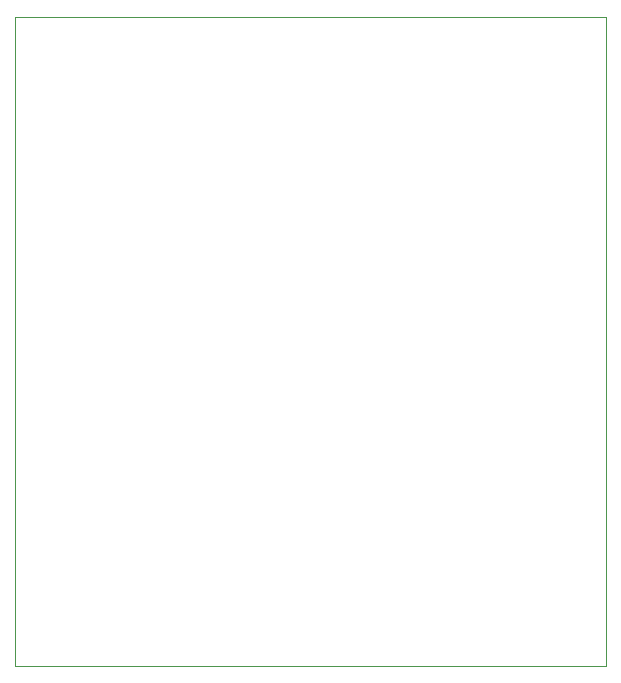
<source format=gbr>
G04 #@! TF.GenerationSoftware,KiCad,Pcbnew,5.1.2-1.fc30*
G04 #@! TF.CreationDate,2019-06-07T11:55:58+09:00*
G04 #@! TF.ProjectId,ltc6268_tia,6c746336-3236-4385-9f74-69612e6b6963,rev?*
G04 #@! TF.SameCoordinates,Original*
G04 #@! TF.FileFunction,Profile,NP*
%FSLAX46Y46*%
G04 Gerber Fmt 4.6, Leading zero omitted, Abs format (unit mm)*
G04 Created by KiCad (PCBNEW 5.1.2-1.fc30) date 2019-06-07 11:55:58*
%MOMM*%
%LPD*%
G04 APERTURE LIST*
%ADD10C,0.100000*%
G04 APERTURE END LIST*
D10*
X110000000Y-25000000D02*
X60000000Y-25000000D01*
X110000000Y-80000000D02*
X110000000Y-25000000D01*
X60000000Y-80000000D02*
X110000000Y-80000000D01*
X60000000Y-25000000D02*
X60000000Y-80000000D01*
M02*

</source>
